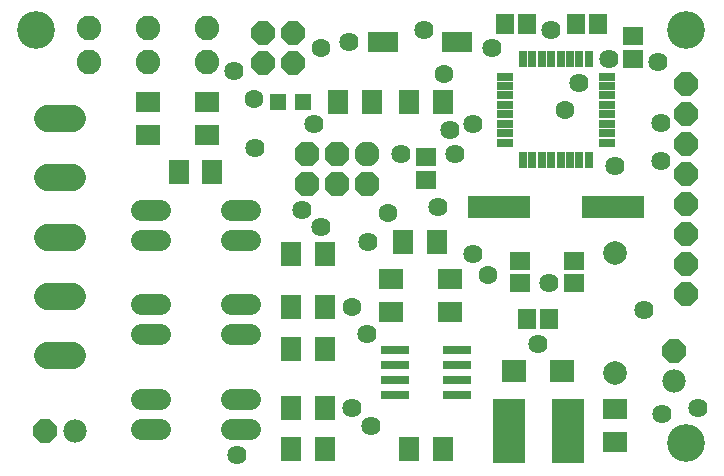
<source format=gbr>
G75*
%MOIN*%
%OFA0B0*%
%FSLAX25Y25*%
%IPPOS*%
%LPD*%
%AMOC8*
5,1,8,0,0,1.08239X$1,22.5*
%
%ADD10R,0.05918X0.06706*%
%ADD11R,0.06706X0.05918*%
%ADD12R,0.07887X0.07493*%
%ADD13R,0.09461X0.03162*%
%ADD14C,0.08280*%
%ADD15OC8,0.08280*%
%ADD16C,0.08200*%
%ADD17OC8,0.07950*%
%ADD18R,0.10643X0.21272*%
%ADD19R,0.05524X0.05524*%
%ADD20C,0.07099*%
%ADD21C,0.07150*%
%ADD22R,0.07099X0.07898*%
%ADD23R,0.07898X0.07099*%
%ADD24R,0.09855X0.07099*%
%ADD25C,0.09150*%
%ADD26R,0.20800X0.07800*%
%ADD27C,0.07887*%
%ADD28OC8,0.07800*%
%ADD29C,0.07800*%
%ADD30R,0.02769X0.05800*%
%ADD31R,0.05800X0.02769*%
%ADD32C,0.06400*%
%ADD33C,0.06312*%
%ADD34C,0.12611*%
D10*
X0199552Y0056918D03*
X0207032Y0056918D03*
X0199650Y0155343D03*
X0192170Y0155343D03*
X0215792Y0155343D03*
X0223272Y0155343D03*
D11*
X0234788Y0151209D03*
X0234788Y0143729D03*
X0165890Y0110855D03*
X0165890Y0103375D03*
X0197386Y0076406D03*
X0197386Y0068926D03*
X0215103Y0068926D03*
X0215103Y0076406D03*
D12*
X0211363Y0039733D03*
X0195221Y0039733D03*
D13*
X0176127Y0041702D03*
X0176127Y0046702D03*
X0176127Y0036702D03*
X0176127Y0031702D03*
X0155654Y0031702D03*
X0155654Y0036702D03*
X0155654Y0041702D03*
X0155654Y0046702D03*
D14*
X0146363Y0112115D03*
D15*
X0136363Y0112115D03*
X0126363Y0112115D03*
X0126363Y0102115D03*
X0136363Y0102115D03*
X0146363Y0102115D03*
D16*
X0093056Y0142675D03*
X0093056Y0154075D03*
X0073371Y0154075D03*
X0073371Y0142675D03*
X0053686Y0142675D03*
X0053686Y0154075D03*
D17*
X0111520Y0152469D03*
X0121520Y0152469D03*
X0121520Y0142469D03*
X0111520Y0142469D03*
X0252504Y0135225D03*
X0252504Y0125225D03*
X0252504Y0115225D03*
X0252504Y0105225D03*
X0252504Y0095225D03*
X0252504Y0085225D03*
X0252504Y0075225D03*
X0252504Y0065225D03*
D18*
X0213134Y0019517D03*
X0193449Y0019517D03*
D19*
X0124749Y0129261D03*
X0116481Y0129261D03*
D20*
X0107308Y0093414D02*
X0101008Y0093414D01*
X0101008Y0083414D02*
X0107308Y0083414D01*
X0107308Y0061918D02*
X0101008Y0061918D01*
X0101008Y0051918D02*
X0107308Y0051918D01*
X0107308Y0030422D02*
X0101008Y0030422D01*
X0101008Y0020422D02*
X0107308Y0020422D01*
X0077229Y0030422D02*
X0070930Y0030422D01*
X0070930Y0061918D02*
X0077229Y0061918D01*
X0077229Y0093414D02*
X0070930Y0093414D01*
D21*
X0070904Y0083414D02*
X0077254Y0083414D01*
X0077254Y0051918D02*
X0070904Y0051918D01*
X0070904Y0020422D02*
X0077254Y0020422D01*
D22*
X0120922Y0013611D03*
X0132119Y0013611D03*
X0132119Y0027391D03*
X0120922Y0027391D03*
X0120922Y0047076D03*
X0132119Y0047076D03*
X0132119Y0060855D03*
X0120922Y0060855D03*
X0120922Y0078572D03*
X0132119Y0078572D03*
X0158323Y0082509D03*
X0169520Y0082509D03*
X0171489Y0129261D03*
X0160292Y0129261D03*
X0147867Y0129261D03*
X0136670Y0129261D03*
X0094717Y0106131D03*
X0083520Y0106131D03*
X0160292Y0013611D03*
X0171489Y0013611D03*
D23*
X0228882Y0015887D03*
X0228882Y0027083D03*
X0173764Y0059194D03*
X0173764Y0070391D03*
X0154079Y0070391D03*
X0154079Y0059194D03*
X0093056Y0118249D03*
X0093056Y0129446D03*
X0073371Y0129446D03*
X0073371Y0118249D03*
D24*
X0151520Y0149438D03*
X0176323Y0149438D03*
D25*
X0048018Y0123877D02*
X0039668Y0123877D01*
X0039668Y0104177D02*
X0048018Y0104177D01*
X0048018Y0084477D02*
X0039668Y0084477D01*
X0039668Y0064777D02*
X0048018Y0064777D01*
X0048018Y0044977D02*
X0039668Y0044977D01*
D26*
X0190197Y0094320D03*
X0228197Y0094320D03*
D27*
X0228882Y0078887D03*
X0228882Y0038887D03*
D28*
X0038843Y0019517D03*
X0248567Y0046170D03*
D29*
X0248567Y0036170D03*
X0048843Y0019517D03*
D30*
X0198174Y0109900D03*
X0201323Y0109900D03*
X0204473Y0109900D03*
X0207623Y0109900D03*
X0210772Y0109900D03*
X0213922Y0109900D03*
X0217071Y0109900D03*
X0220221Y0109900D03*
X0220221Y0143700D03*
X0217071Y0143700D03*
X0213922Y0143700D03*
X0210772Y0143700D03*
X0207623Y0143700D03*
X0204473Y0143700D03*
X0201323Y0143700D03*
X0198174Y0143700D03*
D31*
X0192297Y0137824D03*
X0192297Y0134674D03*
X0192297Y0131524D03*
X0192297Y0128375D03*
X0192297Y0125225D03*
X0192297Y0122076D03*
X0192297Y0118926D03*
X0192297Y0115776D03*
X0226097Y0115776D03*
X0226097Y0118926D03*
X0226097Y0122076D03*
X0226097Y0125225D03*
X0226097Y0128375D03*
X0226097Y0131524D03*
X0226097Y0134674D03*
X0226097Y0137824D03*
D32*
X0226746Y0143700D03*
X0217071Y0135658D03*
X0207721Y0153375D03*
X0187827Y0147186D03*
X0165237Y0153170D03*
X0140300Y0149438D03*
X0128489Y0121879D03*
X0108804Y0114005D03*
X0124552Y0093335D03*
X0130804Y0087776D03*
X0146697Y0082509D03*
X0169827Y0094320D03*
X0175733Y0112036D03*
X0173764Y0119910D03*
X0181441Y0122076D03*
X0157524Y0112036D03*
X0181638Y0078572D03*
X0207032Y0068926D03*
X0203292Y0048552D03*
X0238725Y0059871D03*
X0256441Y0027391D03*
X0244630Y0025422D03*
X0147682Y0021485D03*
X0141284Y0027391D03*
X0146205Y0051997D03*
X0102898Y0011643D03*
X0228882Y0108099D03*
X0244138Y0109576D03*
X0244138Y0122371D03*
X0243154Y0142548D03*
X0101914Y0139595D03*
D33*
X0108575Y0130209D03*
X0130756Y0147225D03*
X0171796Y0138611D03*
X0212150Y0126800D03*
X0153095Y0092351D03*
X0186560Y0071682D03*
X0141284Y0060855D03*
D34*
X0252504Y0015580D03*
X0252504Y0153375D03*
X0035969Y0153375D03*
M02*

</source>
